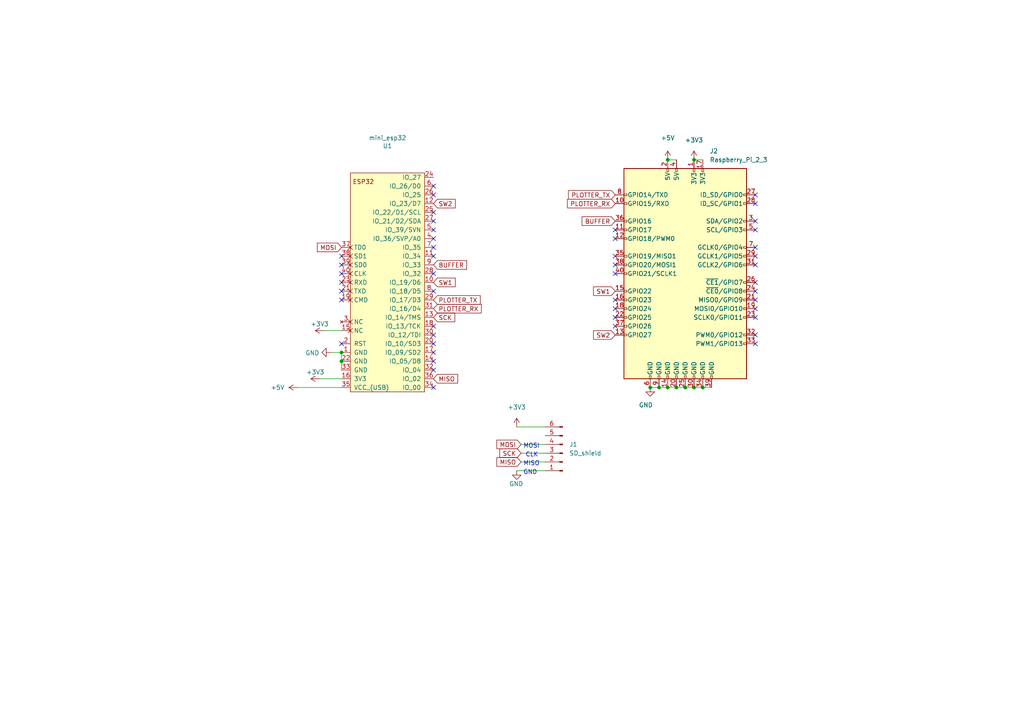
<source format=kicad_sch>
(kicad_sch (version 20211123) (generator eeschema)
  (paper "A4")
  (lib_symbols
    (symbol "Connector:Conn_01x06_Male" (pin_names (offset 1.016) hide)
      (property "Reference" "J" (at 0 7.62 0))
      (property "Value" "Conn_01x06_Male" (at 0 -10.16 0))
      (symbol "Conn_01x06_Male_1_1"
        (polyline (pts (xy 1.27 -7.62) (xy 0.8636 -7.62)) (stroke (width 0.1524)))
        (polyline (pts (xy 1.27 -5.08) (xy 0.8636 -5.08)) (stroke (width 0.1524)))
        (polyline (pts (xy 1.27 -2.54) (xy 0.8636 -2.54)) (stroke (width 0.1524)))
        (polyline (pts (xy 1.27 0) (xy 0.8636 0)) (stroke (width 0.1524)))
        (polyline (pts (xy 1.27 2.54) (xy 0.8636 2.54)) (stroke (width 0.1524)))
        (polyline (pts (xy 1.27 5.08) (xy 0.8636 5.08)) (stroke (width 0.1524)))
        (rectangle (start 0.8636 -7.493) (end 0 -7.747) (stroke (width 0.1524)) (fill (type outline)))
        (rectangle (start 0.8636 -4.953) (end 0 -5.207) (stroke (width 0.1524)) (fill (type outline)))
        (rectangle (start 0.8636 -2.413) (end 0 -2.667) (stroke (width 0.1524)) (fill (type outline)))
        (rectangle (start 0.8636 0.127) (end 0 -0.127) (stroke (width 0.1524)) (fill (type outline)))
        (rectangle (start 0.8636 2.667) (end 0 2.413) (stroke (width 0.1524)) (fill (type outline)))
        (rectangle (start 0.8636 5.207) (end 0 4.953) (stroke (width 0.1524)) (fill (type outline)))
        (pin passive line (at 5.08 5.08 180) (length 3.81) (name "Pin_1") (number "1"))
        (pin passive line (at 5.08 2.54 180) (length 3.81) (name "Pin_2") (number "2"))
        (pin passive line (at 5.08 0 180) (length 3.81) (name "Pin_3") (number "3"))
        (pin passive line (at 5.08 -2.54 180) (length 3.81) (name "Pin_4") (number "4"))
        (pin passive line (at 5.08 -5.08 180) (length 3.81) (name "Pin_5") (number "5"))
        (pin passive line (at 5.08 -7.62 180) (length 3.81) (name "Pin_6") (number "6"))
      )
    )
    (symbol "Connector:Raspberry_Pi_2_3" (pin_names (offset 1.016))
      (property "Reference" "J" (at -17.78 31.75 0))
      (property "Value" "Raspberry_Pi_2_3" (at 10.16 -31.75 0))
      (symbol "Raspberry_Pi_2_3_0_1"
        (rectangle (start -17.78 30.48) (end 17.78 -30.48) (stroke (width 0.254)) (fill (type background)))
      )
      (symbol "Raspberry_Pi_2_3_1_1"
        (rectangle (start -16.891 -17.526) (end -17.78 -18.034))
        (rectangle (start -16.891 -14.986) (end -17.78 -15.494))
        (rectangle (start -16.891 -12.446) (end -17.78 -12.954))
        (rectangle (start -16.891 -9.906) (end -17.78 -10.414))
        (rectangle (start -16.891 -7.366) (end -17.78 -7.874))
        (rectangle (start -16.891 -4.826) (end -17.78 -5.334))
        (rectangle (start -16.891 0.254) (end -17.78 -0.254))
        (rectangle (start -16.891 2.794) (end -17.78 2.286))
        (rectangle (start -16.891 5.334) (end -17.78 4.826))
        (rectangle (start -16.891 10.414) (end -17.78 9.906))
        (rectangle (start -16.891 12.954) (end -17.78 12.446))
        (rectangle (start -16.891 15.494) (end -17.78 14.986))
        (rectangle (start -16.891 20.574) (end -17.78 20.066))
        (rectangle (start -16.891 23.114) (end -17.78 22.606))
        (rectangle (start -10.414 -29.591) (end -9.906 -30.48))
        (rectangle (start -7.874 -29.591) (end -7.366 -30.48))
        (rectangle (start -5.334 -29.591) (end -4.826 -30.48))
        (rectangle (start -5.334 30.48) (end -4.826 29.591))
        (rectangle (start -2.794 -29.591) (end -2.286 -30.48))
        (rectangle (start -2.794 30.48) (end -2.286 29.591))
        (rectangle (start -0.254 -29.591) (end 0.254 -30.48))
        (rectangle (start 2.286 -29.591) (end 2.794 -30.48))
        (rectangle (start 2.286 30.48) (end 2.794 29.591))
        (rectangle (start 4.826 -29.591) (end 5.334 -30.48))
        (rectangle (start 4.826 30.48) (end 5.334 29.591))
        (rectangle (start 7.366 -29.591) (end 7.874 -30.48))
        (rectangle (start 17.78 -20.066) (end 16.891 -20.574))
        (rectangle (start 17.78 -17.526) (end 16.891 -18.034))
        (rectangle (start 17.78 -12.446) (end 16.891 -12.954))
        (rectangle (start 17.78 -9.906) (end 16.891 -10.414))
        (rectangle (start 17.78 -7.366) (end 16.891 -7.874))
        (rectangle (start 17.78 -4.826) (end 16.891 -5.334))
        (rectangle (start 17.78 -2.286) (end 16.891 -2.794))
        (rectangle (start 17.78 2.794) (end 16.891 2.286))
        (rectangle (start 17.78 5.334) (end 16.891 4.826))
        (rectangle (start 17.78 7.874) (end 16.891 7.366))
        (rectangle (start 17.78 12.954) (end 16.891 12.446))
        (rectangle (start 17.78 15.494) (end 16.891 14.986))
        (rectangle (start 17.78 20.574) (end 16.891 20.066))
        (rectangle (start 17.78 23.114) (end 16.891 22.606))
        (pin power_in line (at 2.54 33.02 270) (length 2.54) (name "3V3") (number "1"))
        (pin bidirectional line (at -20.32 20.32 0) (length 2.54) (name "GPIO15/RXD") (number "10"))
        (pin bidirectional line (at -20.32 12.7 0) (length 2.54) (name "GPIO17") (number "11"))
        (pin bidirectional line (at -20.32 10.16 0) (length 2.54) (name "GPIO18/PWM0") (number "12"))
        (pin bidirectional line (at -20.32 -17.78 0) (length 2.54) (name "GPIO27") (number "13"))
        (pin power_in line (at -5.08 -33.02 90) (length 2.54) (name "GND") (number "14"))
        (pin bidirectional line (at -20.32 -5.08 0) (length 2.54) (name "GPIO22") (number "15"))
        (pin bidirectional line (at -20.32 -7.62 0) (length 2.54) (name "GPIO23") (number "16"))
        (pin power_in line (at 5.08 33.02 270) (length 2.54) (name "3V3") (number "17"))
        (pin bidirectional line (at -20.32 -10.16 0) (length 2.54) (name "GPIO24") (number "18"))
        (pin bidirectional line (at 20.32 -10.16 180) (length 2.54) (name "MOSI0/GPIO10") (number "19"))
        (pin power_in line (at -5.08 33.02 270) (length 2.54) (name "5V") (number "2"))
        (pin power_in line (at -2.54 -33.02 90) (length 2.54) (name "GND") (number "20"))
        (pin bidirectional line (at 20.32 -7.62 180) (length 2.54) (name "MISO0/GPIO9") (number "21"))
        (pin bidirectional line (at -20.32 -12.7 0) (length 2.54) (name "GPIO25") (number "22"))
        (pin bidirectional line (at 20.32 -12.7 180) (length 2.54) (name "SCLK0/GPIO11") (number "23"))
        (pin bidirectional line (at 20.32 -5.08 180) (length 2.54) (name "~{CE0}/GPIO8") (number "24"))
        (pin power_in line (at 0 -33.02 90) (length 2.54) (name "GND") (number "25"))
        (pin bidirectional line (at 20.32 -2.54 180) (length 2.54) (name "~{CE1}/GPIO7") (number "26"))
        (pin bidirectional line (at 20.32 22.86 180) (length 2.54) (name "ID_SD/GPIO0") (number "27"))
        (pin bidirectional line (at 20.32 20.32 180) (length 2.54) (name "ID_SC/GPIO1") (number "28"))
        (pin bidirectional line (at 20.32 5.08 180) (length 2.54) (name "GCLK1/GPIO5") (number "29"))
        (pin bidirectional line (at 20.32 15.24 180) (length 2.54) (name "SDA/GPIO2") (number "3"))
        (pin power_in line (at 2.54 -33.02 90) (length 2.54) (name "GND") (number "30"))
        (pin bidirectional line (at 20.32 2.54 180) (length 2.54) (name "GCLK2/GPIO6") (number "31"))
        (pin bidirectional line (at 20.32 -17.78 180) (length 2.54) (name "PWM0/GPIO12") (number "32"))
        (pin bidirectional line (at 20.32 -20.32 180) (length 2.54) (name "PWM1/GPIO13") (number "33"))
        (pin power_in line (at 5.08 -33.02 90) (length 2.54) (name "GND") (number "34"))
        (pin bidirectional line (at -20.32 5.08 0) (length 2.54) (name "GPIO19/MISO1") (number "35"))
        (pin bidirectional line (at -20.32 15.24 0) (length 2.54) (name "GPIO16") (number "36"))
        (pin bidirectional line (at -20.32 -15.24 0) (length 2.54) (name "GPIO26") (number "37"))
        (pin bidirectional line (at -20.32 2.54 0) (length 2.54) (name "GPIO20/MOSI1") (number "38"))
        (pin power_in line (at 7.62 -33.02 90) (length 2.54) (name "GND") (number "39"))
        (pin power_in line (at -2.54 33.02 270) (length 2.54) (name "5V") (number "4"))
        (pin bidirectional line (at -20.32 0 0) (length 2.54) (name "GPIO21/SCLK1") (number "40"))
        (pin bidirectional line (at 20.32 12.7 180) (length 2.54) (name "SCL/GPIO3") (number "5"))
        (pin power_in line (at -10.16 -33.02 90) (length 2.54) (name "GND") (number "6"))
        (pin bidirectional line (at 20.32 7.62 180) (length 2.54) (name "GCLK0/GPIO4") (number "7"))
        (pin bidirectional line (at -20.32 22.86 0) (length 2.54) (name "GPIO14/TXD") (number "8"))
        (pin power_in line (at -7.62 -33.02 90) (length 2.54) (name "GND") (number "9"))
      )
    )
    (symbol "ESP32_mini:mini_esp32" (pin_names (offset 1.016))
      (property "Reference" "U1" (at -0.635 68.961 0))
      (property "Value" "mini_esp32" (at -0.635 66.6496 0))
      (symbol "mini_esp32_0_0"
        (text "ESP32" (at 7.62 -62.23 0) (effects (font (size 1.27 1.27))))
        (pin power_in line (at 13.97 -12.7 180) (length 2.54) (name "GND") (number "1"))
        (pin input line (at 13.97 -15.24 180) (length 2.54) (name "RST") (number "2"))
        (pin no_connect non_logic (at 13.97 -21.59 180) (length 2.54) (name "NC") (number "3"))
        (pin bidirectional line (at -12.7 -45.72 0) (length 2.54) (name "IO_36/SVP/A0") (number "4"))
        (pin bidirectional line (at -12.7 -48.26 0) (length 2.54) (name "IO_39/SVN") (number "5"))
      )
      (symbol "mini_esp32_0_1"
        (rectangle (start -10.16 -1.27) (end 11.43 -64.77) (fill (type background)))
      )
      (symbol "mini_esp32_1_1"
        (pin bidirectional line (at -12.7 -33.02 0) (length 2.54) (name "IO_19/D6") (number "10"))
        (pin bidirectional line (at -12.7 -40.64 0) (length 2.54) (name "IO_34") (number "11"))
        (pin bidirectional line (at -12.7 -55.88 0) (length 2.54) (name "IO_23/D7") (number "12"))
        (pin bidirectional line (at -12.7 -22.86 0) (length 2.54) (name "IO_14/TMS") (number "13"))
        (pin bidirectional line (at -12.7 -10.16 0) (length 2.54) (name "IO_05/D8") (number "14"))
        (pin unspecified non_logic (at 13.97 -19.05 180) (length 2.54) (name "NC") (number "15"))
        (pin power_in line (at 13.97 -5.08 180) (length 2.54) (name "3V3") (number "16"))
        (pin bidirectional line (at -12.7 -12.7 0) (length 2.54) (name "IO_09/SD2") (number "17"))
        (pin bidirectional line (at -12.7 -20.32 0) (length 2.54) (name "IO_13/TCK") (number "18"))
        (pin passive non_logic (at 13.97 -27.94 180) (length 2.54) (name "CMD") (number "19"))
        (pin bidirectional line (at -12.7 -15.24 0) (length 2.54) (name "IO_10/SD3") (number "20"))
        (pin passive non_logic (at 13.97 -30.48 180) (length 2.54) (name "TXD") (number "21"))
        (pin power_in line (at 13.97 -10.16 180) (length 2.54) (name "GND") (number "22"))
        (pin passive non_logic (at 13.97 -33.02 180) (length 2.54) (name "RXD") (number "23"))
        (pin bidirectional line (at -12.7 -63.5 0) (length 2.54) (name "IO_27") (number "24"))
        (pin bidirectional line (at -12.7 -53.34 0) (length 2.54) (name "IO_22/D1/SCL") (number "25"))
        (pin bidirectional line (at -12.7 -58.42 0) (length 2.54) (name "IO_25") (number "26"))
        (pin bidirectional line (at -12.7 -50.8 0) (length 2.54) (name "IO_21/D2/SDA") (number "27"))
        (pin bidirectional line (at -12.7 -35.56 0) (length 2.54) (name "IO_32") (number "28"))
        (pin bidirectional line (at -12.7 -27.94 0) (length 2.54) (name "IO_17/D3") (number "29"))
        (pin bidirectional line (at -12.7 -17.78 0) (length 2.54) (name "IO_12/TDI") (number "30"))
        (pin bidirectional line (at -12.7 -25.4 0) (length 2.54) (name "IO_16/D4") (number "31"))
        (pin bidirectional line (at -12.7 -7.62 0) (length 2.54) (name "IO_04") (number "32"))
        (pin power_in line (at 13.97 -7.62 180) (length 2.54) (name "GND") (number "33"))
        (pin bidirectional line (at -12.7 -2.54 0) (length 2.54) (name "IO_00") (number "34"))
        (pin power_in line (at 13.97 -2.54 180) (length 2.54) (name "VCC_(USB)") (number "35"))
        (pin bidirectional line (at -12.7 -5.08 0) (length 2.54) (name "IO_02") (number "36"))
        (pin passive non_logic (at 13.97 -43.18 180) (length 2.54) (name "TD0") (number "37"))
        (pin passive non_logic (at 13.97 -40.64 180) (length 2.54) (name "SD1") (number "38"))
        (pin passive non_logic (at 13.97 -38.1 180) (length 2.54) (name "SD0") (number "39"))
        (pin passive non_logic (at 13.97 -35.56 180) (length 2.54) (name "CLK") (number "40"))
        (pin bidirectional line (at -12.7 -60.96 0) (length 2.54) (name "IO_26/D0") (number "6"))
        (pin bidirectional line (at -12.7 -43.18 0) (length 2.54) (name "IO_35") (number "7"))
        (pin bidirectional line (at -12.7 -30.48 0) (length 2.54) (name "IO_18/D5") (number "8"))
        (pin bidirectional line (at -12.7 -38.1 0) (length 2.54) (name "IO_33") (number "9"))
      )
    )
    (symbol "power:+3V3" (power) (pin_names (offset 0))
      (property "Value" "+3V3" (at 0 3.556 0))
      (symbol "+3V3_0_1"
        (polyline (pts (xy -0.762 1.27) (xy 0 2.54)))
        (polyline (pts (xy 0 0) (xy 0 2.54)))
        (polyline (pts (xy 0 2.54) (xy 0.762 1.27)))
      )
      (symbol "+3V3_1_1"
        (pin power_in line (at 0 0 90) (length 0) hide (name "+3V3") (number "1"))
      )
    )
    (symbol "power:+5V" (power) (pin_names (offset 0))
      (property "Value" "+5V" (at 0 3.556 0))
      (symbol "+5V_0_1"
        (polyline (pts (xy -0.762 1.27) (xy 0 2.54)))
        (polyline (pts (xy 0 0) (xy 0 2.54)))
        (polyline (pts (xy 0 2.54) (xy 0.762 1.27)))
      )
      (symbol "+5V_1_1"
        (pin power_in line (at 0 0 90) (length 0) hide (name "+5V") (number "1"))
      )
    )
    (symbol "power:GND" (power) (pin_names (offset 0))
      (property "Value" "GND" (at 0 -3.81 0))
      (symbol "GND_0_1"
        (polyline (pts (xy 0 0) (xy 0 -1.27) (xy 1.27 -1.27) (xy 0 -2.54) (xy -1.27 -1.27) (xy 0 -1.27)))
      )
      (symbol "GND_1_1"
        (pin power_in line (at 0 0 270) (length 0) hide (name "GND") (number "1"))
      )
    )
  )
  (junction (at 188.595 112.395))
  (junction (at 201.295 112.395))
  (junction (at 99.06 102.235))
  (junction (at 196.215 112.395))
  (junction (at 203.835 112.395))
  (junction (at 201.295 46.355))
  (junction (at 191.135 112.395))
  (junction (at 193.675 46.355))
  (junction (at 193.675 112.395))
  (junction (at 198.755 112.395))
  (junction (at 99.06 104.775))
  (no_connect (at 178.435 66.675))
  (no_connect (at 178.435 69.215))
  (no_connect (at 178.435 74.295))
  (no_connect (at 178.435 76.835))
  (no_connect (at 178.435 79.375))
  (no_connect (at 178.435 86.995))
  (no_connect (at 178.435 89.535))
  (no_connect (at 178.435 92.075))
  (no_connect (at 125.73 102.235))
  (no_connect (at 125.73 66.675))
  (no_connect (at 125.73 94.615))
  (no_connect (at 125.73 97.155))
  (no_connect (at 125.73 56.515))
  (no_connect (at 125.73 64.135))
  (no_connect (at 125.73 79.375))
  (no_connect (at 125.73 104.775))
  (no_connect (at 125.73 107.315))
  (no_connect (at 125.73 53.975))
  (no_connect (at 125.73 84.455))
  (no_connect (at 99.06 74.295))
  (no_connect (at 125.73 99.695))
  (no_connect (at 219.075 66.675))
  (no_connect (at 219.075 64.135))
  (no_connect (at 219.075 59.055))
  (no_connect (at 219.075 56.515))
  (no_connect (at 219.075 97.155))
  (no_connect (at 219.075 99.695))
  (no_connect (at 219.075 92.075))
  (no_connect (at 219.075 89.535))
  (no_connect (at 219.075 86.995))
  (no_connect (at 219.075 84.455))
  (no_connect (at 219.075 81.915))
  (no_connect (at 219.075 76.835))
  (no_connect (at 219.075 74.295))
  (no_connect (at 219.075 71.755))
  (no_connect (at 178.435 94.615))
  (no_connect (at 125.73 112.395))
  (no_connect (at 99.06 79.375))
  (no_connect (at 125.73 69.215))
  (no_connect (at 99.06 86.995))
  (no_connect (at 125.73 74.295))
  (no_connect (at 99.06 81.915))
  (no_connect (at 99.06 76.835))
  (no_connect (at 99.06 99.695))
  (no_connect (at 125.73 61.595))
  (no_connect (at 125.73 71.755))
  (no_connect (at 99.06 84.455))
  (wire (pts (xy 149.86 136.525) (xy 158.115 136.525)))
  (wire (pts (xy 193.675 46.355) (xy 196.215 46.355)))
  (wire (pts (xy 201.295 46.355) (xy 203.835 46.355)))
  (wire (pts (xy 86.36 112.395) (xy 99.06 112.395)))
  (wire (pts (xy 198.755 112.395) (xy 201.295 112.395)))
  (wire (pts (xy 151.13 131.445) (xy 158.115 131.445)))
  (wire (pts (xy 196.215 112.395) (xy 198.755 112.395)))
  (wire (pts (xy 95.885 102.235) (xy 99.06 102.235)))
  (wire (pts (xy 151.13 128.905) (xy 158.115 128.905)))
  (wire (pts (xy 149.86 123.825) (xy 158.115 123.825)))
  (wire (pts (xy 191.135 112.395) (xy 193.675 112.395)))
  (wire (pts (xy 188.595 112.395) (xy 191.135 112.395)))
  (wire (pts (xy 201.295 112.395) (xy 203.835 112.395)))
  (wire (pts (xy 193.675 112.395) (xy 196.215 112.395)))
  (wire (pts (xy 99.06 102.235) (xy 99.06 104.775)))
  (wire (pts (xy 99.06 104.775) (xy 99.06 107.315)))
  (wire (pts (xy 203.835 112.395) (xy 206.375 112.395)))
  (wire (pts (xy 92.71 109.855) (xy 99.06 109.855)))
  (wire (pts (xy 93.98 95.885) (xy 99.06 95.885)))
  (wire (pts (xy 151.13 133.985) (xy 158.115 133.985)))
  (text "CLK" (at 152.4 132.715 0) (effects (font (size 1.27 1.27)) (justify left bottom)))
  (text "GND" (at 151.765 137.795 0) (effects (font (size 1.27 1.27)) (justify left bottom)))
  (text "MISO" (at 151.765 135.255 0) (effects (font (size 1.27 1.27)) (justify left bottom)))
  (text "MOSI" (at 151.765 130.175 0) (effects (font (size 1.27 1.27)) (justify left bottom)))
  (global_label "SCK" (shape input) (at 151.13 131.445 180) (property "Intersheet References" "${INTERSHEET_REFS}" (effects hide)))
  (global_label "BUFFER" (shape input) (at 178.435 64.135 180) (property "Intersheet References" "${INTERSHEET_REFS}" (effects hide)))
  (global_label "MISO" (shape input) (at 151.13 133.985 180) (property "Intersheet References" "${INTERSHEET_REFS}" (effects hide)))
  (global_label "MOSI" (shape input) (at 99.06 71.755 180) (property "Intersheet References" "${INTERSHEET_REFS}" (effects hide)))
  (global_label "SCK" (shape input) (at 125.73 92.075 0) (property "Intersheet References" "${INTERSHEET_REFS}" (effects hide)))
  (global_label "PLOTTER_TX" (shape input) (at 178.435 56.515 180) (property "Intersheet References" "${INTERSHEET_REFS}" (effects hide)))
  (global_label "SW1" (shape input) (at 125.73 81.915 0) (property "Intersheet References" "${INTERSHEET_REFS}" (effects hide)))
  (global_label "PLOTTER_TX" (shape input) (at 125.73 86.995 0) (property "Intersheet References" "${INTERSHEET_REFS}" (effects hide)))
  (global_label "PLOTTER_RX" (shape input) (at 178.435 59.055 180) (property "Intersheet References" "${INTERSHEET_REFS}" (effects hide)))
  (global_label "MISO" (shape input) (at 125.73 109.855 0) (property "Intersheet References" "${INTERSHEET_REFS}" (effects hide)))
  (global_label "SW2" (shape input) (at 125.73 59.055 0) (property "Intersheet References" "${INTERSHEET_REFS}" (effects hide)))
  (global_label "BUFFER" (shape input) (at 125.73 76.835 0) (property "Intersheet References" "${INTERSHEET_REFS}" (effects hide)))
  (global_label "SW1" (shape input) (at 178.435 84.455 180) (property "Intersheet References" "${INTERSHEET_REFS}" (effects hide)))
  (global_label "MOSI" (shape input) (at 151.13 128.905 180) (property "Intersheet References" "${INTERSHEET_REFS}" (effects hide)))
  (global_label "PLOTTER_RX" (shape input) (at 125.73 89.535 0) (property "Intersheet References" "${INTERSHEET_REFS}" (effects hide)))
  (global_label "SW2" (shape input) (at 178.435 97.155 180) (property "Intersheet References" "${INTERSHEET_REFS}" (effects hide)))
  (symbol (lib_id "power:+3V3") (at 92.71 109.855 90) (unit 1)
    (property "Reference" "#PWR0102" (effects hide))
    (property "Value" "+3V3" (at 91.44 107.95 90))
  )
  (symbol (lib_id "power:GND") (at 149.86 136.525 0) (unit 1)
    (property "Reference" "#PWR0105" (effects hide))
    (property "Value" "GND" (at 151.765 140.335 0) (effects (justify right)))
  )
  (symbol (lib_id "power:+3V3") (at 201.295 46.355 0) (unit 1)
    (property "Reference" "#PWR0104" (effects hide))
    (property "Value" "+3V3" (at 201.295 40.64 0))
  )
  (symbol (lib_id "Connector:Raspberry_Pi_2_3") (at 198.755 79.375 0) (unit 1)
    (property "Reference" "J2" (at 205.8544 43.815 0) (effects (justify left)))
    (property "Value" "Raspberry_Pi_2_3" (at 205.8544 46.355 0) (effects (justify left)))
    (property "Footprint" "ESPpi:ESP_TO_PI_PLOT" (effects hide))
    (property "Datasheet" "https://www.raspberrypi.org/documentation/hardware/raspberrypi/schematics/rpi_SCH_3bplus_1p0_reduced.pdf" (effects hide))
  )
  (symbol (lib_id "power:+3V3") (at 93.98 95.885 90) (unit 1)
    (property "Reference" "#PWR0107" (effects hide))
    (property "Value" "+3V3" (at 92.71 93.98 90))
  )
  (symbol (lib_id "power:+5V") (at 193.675 46.355 0) (unit 1)
    (property "Reference" "#PWR0118" (effects hide))
    (property "Value" "+5V" (at 193.675 40.005 0))
  )
  (symbol (lib_id "power:+3V3") (at 149.86 123.825 0) (unit 1)
    (property "Reference" "#PWR0106" (effects hide))
    (property "Value" "+3V3" (at 149.86 118.11 0))
  )
  (symbol (lib_id "power:+5V") (at 86.36 112.395 90) (unit 1)
    (property "Reference" "#PWR0103" (effects hide))
    (property "Value" "+5V" (at 82.55 112.3949 90) (effects (justify left)))
  )
  (symbol (lib_id "power:GND") (at 188.595 112.395 0) (mirror y) (unit 1)
    (property "Reference" "#PWR0116" (effects hide))
    (property "Value" "GND" (at 187.325 117.475 0))
  )
  (symbol (lib_id "ESP32_mini:mini_esp32") (at 113.03 114.935 180) (unit 1)
    (property "Reference" "U1" (at 112.395 42.3164 0))
    (property "Value" "mini_esp32" (at 112.395 40.005 0))
    (property "Footprint" "ESPpi:ESP32_mini" (effects hide))
  )
  (symbol (lib_id "power:GND") (at 95.885 102.235 270) (unit 1)
    (property "Reference" "#PWR0101" (effects hide))
    (property "Value" "GND" (at 92.6338 102.362 90) (effects (justify right)))
  )
  (symbol (lib_id "Connector:Conn_01x06_Male") (at 163.195 131.445 180) (unit 1)
    (property "Reference" "J1" (at 165.1 128.9049 0) (effects (justify right)))
    (property "Value" "SD_shield" (at 165.1 131.4449 0) (effects (justify right)))
    (property "Footprint" "Connector_PinHeader_2.54mm:PinHeader_1x06_P2.54mm_Vertical" (effects hide))
  )
)
</source>
